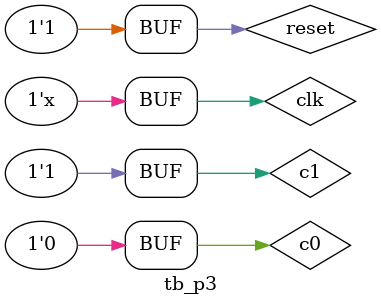
<source format=v>

module p3(open,clk,reset, c0,c1);
  output[2:0] open;
  input clk, reset;
  input c0,c1;
  reg [2:0] Next;
  reg[2:0]  state;
  parameter [2:0] S0= 3'b000;
  parameter [2:0] S1= 3'b001;
  parameter [2:0] S2 = 3'b010;
  parameter [2:0] S3=3'b011;
  parameter [2:0] S4=3'b100;
  parameter [2:0] S5=3'b101;
  parameter [2:0] S6=3'b110;
  parameter [2:0] S7=3'b111;

  always @(posedge clk) // sequential
  begin
  if (reset) state <= S0;
  else state <= Next;
  end

  always @(state,c0,c1) // combinational
  begin
  case(state)
  S0: if (!c0 && c1)
   		Next = S1;
  	else if (c0 && !c1)
  		Next = S7;
  	else if(c0 && c1)
  		Next = S2;
  S1: if (!c0 && c1)
   		Next = S2;
  	else if (c0 && !c1)
  		Next = S0;
  	else if(c0 && c1)
  		Next = S3;

  S2: if (!c0 && c1)
   		Next = S3;
  	else if (c0 && !c1)
  		Next = S1;
  	else if(c0 && c1)
  		Next = S4;

  S3: if (!c0 && c1)
   		Next = S4;
  	else if (c0 && !c1)
  		Next = S2;
  	else if(c0 && c1)
  		Next = S5;

  S4:if (!c0 && c1)
   		Next = S5;
  	else if (c0 && !c1)
  		Next = S3;
  	else if(c0 && c1)
  		Next = S6;


  S5:if (!c0 && c1)
   		Next = S6;
  	else if (c0 && !c1)
  		Next = S4;
  	else if(c0 && c1)
  		Next = S7;


  S6:if (!c0 && c1)
   		Next = S7;
  	else if (c0 && !c1)
  		Next = S5;
  	else if(c0 && c1)
  		Next = S0;


  S7:if (!c0 && c1)
   		Next = S0;
  	else if (c0 && !c1)
  		Next = S6;
  	else if(c0 && c1)
  		Next = S1;

  	endcase end
  // output logic described using continuous assignment

  assign open = Next;


endmodule


module tb_p3();
  reg reset;
  wire[2:0] open;
  reg clk=0;
  reg c0,c1;
  p3 uut (open,clk,reset, c0,c1);

  always #5 clk = ~clk;

   

  initial
	  begin
		  reset=1'b1; #10;
		  reset=1'b0; c0=1'b0;c1=1'b1;#10;
		  reset=1'b0; c0=1'b1;c1=1'b0;#10;
		  reset=1'b0; c0=1'b1;c1=1'b1;#10;
		  reset=1'b0; c0=1'b0;c1=1'b0;#10;
		  reset=1'b1; #10;
		  reset=1'b0; c0=1'b0;c1=1'b1;#10;
		  reset=1'b0; c0=1'b0;c1=1'b1;#10;
		  reset=1'b1; #10;
	  end
endmodule


</source>
